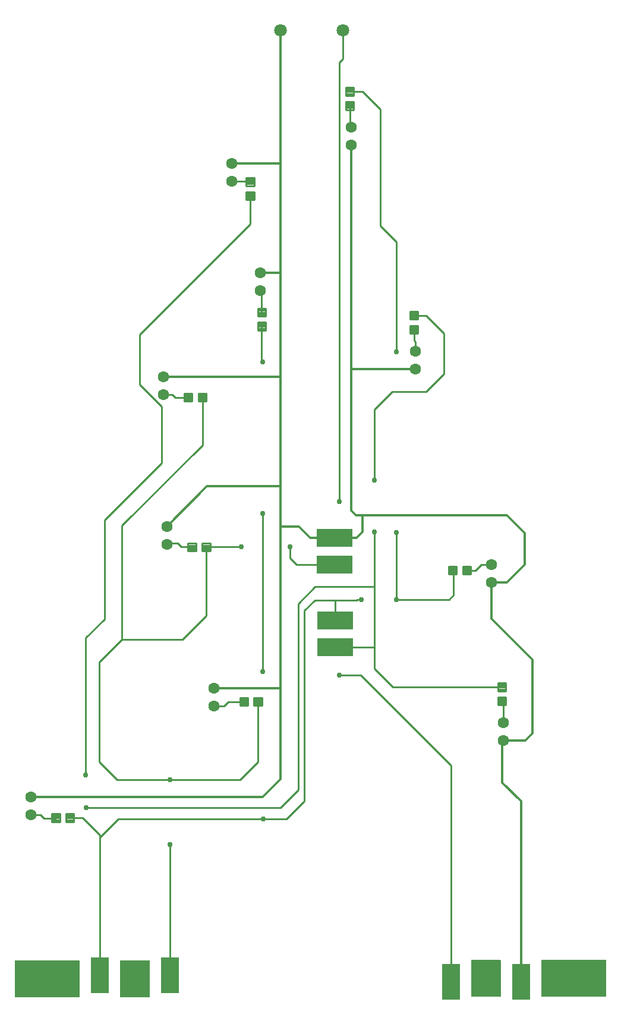
<source format=gbr>
G04 EAGLE Gerber RS-274X export*
G75*
%MOMM*%
%FSLAX34Y34*%
%LPD*%
%INBottom Copper*%
%IPPOS*%
%AMOC8*
5,1,8,0,0,1.08239X$1,22.5*%
G01*
%ADD10R,2.540000X5.080000*%
%ADD11R,5.080000X2.540000*%
%ADD12C,1.800000*%
%ADD13C,1.600000*%
%ADD14C,0.280000*%
%ADD15C,0.254000*%
%ADD16C,0.756400*%
%ADD17C,0.300000*%

G36*
X844648Y14956D02*
X844648Y14956D01*
X844767Y14963D01*
X844805Y14976D01*
X844846Y14981D01*
X844956Y15024D01*
X845069Y15061D01*
X845104Y15083D01*
X845141Y15098D01*
X845237Y15168D01*
X845338Y15231D01*
X845366Y15261D01*
X845399Y15284D01*
X845475Y15376D01*
X845556Y15463D01*
X845576Y15498D01*
X845601Y15529D01*
X845652Y15637D01*
X845710Y15741D01*
X845720Y15781D01*
X845737Y15817D01*
X845759Y15934D01*
X845789Y16049D01*
X845793Y16110D01*
X845797Y16130D01*
X845795Y16150D01*
X845799Y16210D01*
X845799Y66210D01*
X845784Y66328D01*
X845777Y66447D01*
X845764Y66485D01*
X845759Y66526D01*
X845716Y66636D01*
X845679Y66749D01*
X845657Y66784D01*
X845642Y66821D01*
X845573Y66917D01*
X845509Y67018D01*
X845479Y67046D01*
X845456Y67079D01*
X845364Y67155D01*
X845277Y67236D01*
X845242Y67256D01*
X845211Y67281D01*
X845103Y67332D01*
X844999Y67390D01*
X844959Y67400D01*
X844923Y67417D01*
X844806Y67439D01*
X844691Y67469D01*
X844631Y67473D01*
X844611Y67477D01*
X844590Y67475D01*
X844530Y67479D01*
X754530Y67479D01*
X754412Y67464D01*
X754293Y67457D01*
X754255Y67444D01*
X754214Y67439D01*
X754104Y67396D01*
X753991Y67359D01*
X753956Y67337D01*
X753919Y67322D01*
X753823Y67253D01*
X753722Y67189D01*
X753694Y67159D01*
X753661Y67136D01*
X753586Y67044D01*
X753504Y66957D01*
X753484Y66922D01*
X753459Y66891D01*
X753408Y66783D01*
X753350Y66679D01*
X753340Y66639D01*
X753323Y66603D01*
X753301Y66486D01*
X753271Y66371D01*
X753267Y66311D01*
X753263Y66291D01*
X753265Y66270D01*
X753261Y66210D01*
X753261Y16210D01*
X753276Y16092D01*
X753283Y15973D01*
X753296Y15935D01*
X753301Y15894D01*
X753344Y15784D01*
X753381Y15671D01*
X753403Y15636D01*
X753418Y15599D01*
X753488Y15503D01*
X753551Y15402D01*
X753581Y15374D01*
X753604Y15341D01*
X753696Y15266D01*
X753783Y15184D01*
X753818Y15164D01*
X753849Y15139D01*
X753957Y15088D01*
X754061Y15030D01*
X754101Y15020D01*
X754137Y15003D01*
X754254Y14981D01*
X754369Y14951D01*
X754430Y14947D01*
X754450Y14943D01*
X754470Y14945D01*
X754530Y14941D01*
X844530Y14941D01*
X844648Y14956D01*
G37*
G36*
X94648Y14156D02*
X94648Y14156D01*
X94767Y14163D01*
X94805Y14176D01*
X94846Y14181D01*
X94956Y14224D01*
X95069Y14261D01*
X95104Y14283D01*
X95141Y14298D01*
X95237Y14368D01*
X95338Y14431D01*
X95366Y14461D01*
X95399Y14484D01*
X95475Y14576D01*
X95556Y14663D01*
X95576Y14698D01*
X95601Y14729D01*
X95652Y14837D01*
X95710Y14941D01*
X95720Y14981D01*
X95737Y15017D01*
X95759Y15134D01*
X95789Y15249D01*
X95793Y15310D01*
X95797Y15330D01*
X95795Y15350D01*
X95799Y15410D01*
X95799Y65410D01*
X95784Y65528D01*
X95777Y65647D01*
X95764Y65685D01*
X95759Y65726D01*
X95716Y65836D01*
X95679Y65949D01*
X95657Y65984D01*
X95642Y66021D01*
X95573Y66117D01*
X95509Y66218D01*
X95479Y66246D01*
X95456Y66279D01*
X95364Y66355D01*
X95277Y66436D01*
X95242Y66456D01*
X95211Y66481D01*
X95103Y66532D01*
X94999Y66590D01*
X94959Y66600D01*
X94923Y66617D01*
X94806Y66639D01*
X94691Y66669D01*
X94631Y66673D01*
X94611Y66677D01*
X94590Y66675D01*
X94530Y66679D01*
X4530Y66679D01*
X4412Y66664D01*
X4293Y66657D01*
X4255Y66644D01*
X4214Y66639D01*
X4104Y66596D01*
X3991Y66559D01*
X3956Y66537D01*
X3919Y66522D01*
X3823Y66453D01*
X3722Y66389D01*
X3694Y66359D01*
X3661Y66336D01*
X3586Y66244D01*
X3504Y66157D01*
X3484Y66122D01*
X3459Y66091D01*
X3408Y65983D01*
X3350Y65879D01*
X3340Y65839D01*
X3323Y65803D01*
X3301Y65686D01*
X3271Y65571D01*
X3267Y65511D01*
X3263Y65491D01*
X3265Y65470D01*
X3261Y65410D01*
X3261Y15410D01*
X3276Y15292D01*
X3283Y15173D01*
X3296Y15135D01*
X3301Y15094D01*
X3344Y14984D01*
X3381Y14871D01*
X3403Y14836D01*
X3418Y14799D01*
X3488Y14703D01*
X3551Y14602D01*
X3581Y14574D01*
X3604Y14541D01*
X3696Y14466D01*
X3783Y14384D01*
X3818Y14364D01*
X3849Y14339D01*
X3957Y14288D01*
X4061Y14230D01*
X4101Y14220D01*
X4137Y14203D01*
X4254Y14181D01*
X4369Y14151D01*
X4430Y14147D01*
X4450Y14143D01*
X4470Y14145D01*
X4530Y14141D01*
X94530Y14141D01*
X94648Y14156D01*
G37*
G36*
X694648Y14956D02*
X694648Y14956D01*
X694767Y14963D01*
X694805Y14976D01*
X694846Y14981D01*
X694956Y15024D01*
X695069Y15061D01*
X695104Y15083D01*
X695141Y15098D01*
X695237Y15168D01*
X695338Y15231D01*
X695366Y15261D01*
X695399Y15284D01*
X695475Y15376D01*
X695556Y15463D01*
X695576Y15498D01*
X695601Y15529D01*
X695652Y15637D01*
X695710Y15741D01*
X695720Y15781D01*
X695737Y15817D01*
X695759Y15934D01*
X695789Y16049D01*
X695793Y16110D01*
X695797Y16130D01*
X695795Y16150D01*
X695799Y16210D01*
X695799Y66210D01*
X695784Y66328D01*
X695777Y66447D01*
X695764Y66485D01*
X695759Y66526D01*
X695716Y66636D01*
X695679Y66749D01*
X695657Y66784D01*
X695642Y66821D01*
X695573Y66917D01*
X695509Y67018D01*
X695479Y67046D01*
X695456Y67079D01*
X695364Y67155D01*
X695277Y67236D01*
X695242Y67256D01*
X695211Y67281D01*
X695103Y67332D01*
X694999Y67390D01*
X694959Y67400D01*
X694923Y67417D01*
X694806Y67439D01*
X694691Y67469D01*
X694631Y67473D01*
X694611Y67477D01*
X694590Y67475D01*
X694530Y67479D01*
X654530Y67479D01*
X654412Y67464D01*
X654293Y67457D01*
X654255Y67444D01*
X654214Y67439D01*
X654104Y67396D01*
X653991Y67359D01*
X653956Y67337D01*
X653919Y67322D01*
X653823Y67253D01*
X653722Y67189D01*
X653694Y67159D01*
X653661Y67136D01*
X653586Y67044D01*
X653504Y66957D01*
X653484Y66922D01*
X653459Y66891D01*
X653408Y66783D01*
X653350Y66679D01*
X653340Y66639D01*
X653323Y66603D01*
X653301Y66486D01*
X653271Y66371D01*
X653267Y66311D01*
X653263Y66291D01*
X653265Y66270D01*
X653261Y66210D01*
X653261Y16210D01*
X653276Y16092D01*
X653283Y15973D01*
X653296Y15935D01*
X653301Y15894D01*
X653344Y15784D01*
X653381Y15671D01*
X653403Y15636D01*
X653418Y15599D01*
X653488Y15503D01*
X653551Y15402D01*
X653581Y15374D01*
X653604Y15341D01*
X653696Y15266D01*
X653783Y15184D01*
X653818Y15164D01*
X653849Y15139D01*
X653957Y15088D01*
X654061Y15030D01*
X654101Y15020D01*
X654137Y15003D01*
X654254Y14981D01*
X654369Y14951D01*
X654430Y14947D01*
X654450Y14943D01*
X654470Y14945D01*
X654530Y14941D01*
X694530Y14941D01*
X694648Y14956D01*
G37*
G36*
X194648Y14156D02*
X194648Y14156D01*
X194767Y14163D01*
X194805Y14176D01*
X194846Y14181D01*
X194956Y14224D01*
X195069Y14261D01*
X195104Y14283D01*
X195141Y14298D01*
X195237Y14368D01*
X195338Y14431D01*
X195366Y14461D01*
X195399Y14484D01*
X195475Y14576D01*
X195556Y14663D01*
X195576Y14698D01*
X195601Y14729D01*
X195652Y14837D01*
X195710Y14941D01*
X195720Y14981D01*
X195737Y15017D01*
X195759Y15134D01*
X195789Y15249D01*
X195793Y15310D01*
X195797Y15330D01*
X195795Y15350D01*
X195799Y15410D01*
X195799Y65410D01*
X195784Y65528D01*
X195777Y65647D01*
X195764Y65685D01*
X195759Y65726D01*
X195716Y65836D01*
X195679Y65949D01*
X195657Y65984D01*
X195642Y66021D01*
X195573Y66117D01*
X195509Y66218D01*
X195479Y66246D01*
X195456Y66279D01*
X195364Y66355D01*
X195277Y66436D01*
X195242Y66456D01*
X195211Y66481D01*
X195103Y66532D01*
X194999Y66590D01*
X194959Y66600D01*
X194923Y66617D01*
X194806Y66639D01*
X194691Y66669D01*
X194631Y66673D01*
X194611Y66677D01*
X194590Y66675D01*
X194530Y66679D01*
X154530Y66679D01*
X154412Y66664D01*
X154293Y66657D01*
X154255Y66644D01*
X154214Y66639D01*
X154104Y66596D01*
X153991Y66559D01*
X153956Y66537D01*
X153919Y66522D01*
X153823Y66453D01*
X153722Y66389D01*
X153694Y66359D01*
X153661Y66336D01*
X153586Y66244D01*
X153504Y66157D01*
X153484Y66122D01*
X153459Y66091D01*
X153408Y65983D01*
X153350Y65879D01*
X153340Y65839D01*
X153323Y65803D01*
X153301Y65686D01*
X153271Y65571D01*
X153267Y65511D01*
X153263Y65491D01*
X153265Y65470D01*
X153261Y65410D01*
X153261Y15410D01*
X153276Y15292D01*
X153283Y15173D01*
X153296Y15135D01*
X153301Y15094D01*
X153344Y14984D01*
X153381Y14871D01*
X153403Y14836D01*
X153418Y14799D01*
X153488Y14703D01*
X153551Y14602D01*
X153581Y14574D01*
X153604Y14541D01*
X153696Y14466D01*
X153783Y14384D01*
X153818Y14364D01*
X153849Y14339D01*
X153957Y14288D01*
X154061Y14230D01*
X154101Y14220D01*
X154137Y14203D01*
X154254Y14181D01*
X154369Y14151D01*
X154430Y14147D01*
X154450Y14143D01*
X154470Y14145D01*
X154530Y14141D01*
X194530Y14141D01*
X194648Y14156D01*
G37*
D10*
X624530Y36210D03*
X724530Y36210D03*
X224530Y45410D03*
X124530Y45410D03*
D11*
X458460Y630330D03*
X458460Y668430D03*
X459730Y512690D03*
X459730Y550790D03*
D12*
X470800Y1391500D03*
D13*
X286600Y454800D03*
X286600Y429400D03*
X214900Y898300D03*
X214900Y872900D03*
X220200Y685100D03*
X220200Y659700D03*
X352700Y1046500D03*
X352700Y1021100D03*
X682700Y605500D03*
X682700Y630900D03*
X482800Y1227900D03*
X482800Y1253300D03*
X312500Y1201800D03*
X312500Y1176400D03*
X699600Y379600D03*
X699600Y405000D03*
X26300Y299300D03*
X26300Y273900D03*
X574100Y909100D03*
X574100Y934500D03*
D12*
X381900Y1391500D03*
D14*
X335100Y429600D02*
X323900Y429600D01*
X323900Y440800D01*
X335100Y440800D01*
X335100Y429600D01*
X335100Y432260D02*
X323900Y432260D01*
X323900Y434920D02*
X335100Y434920D01*
X335100Y437580D02*
X323900Y437580D01*
X323900Y440240D02*
X335100Y440240D01*
X344090Y429600D02*
X355290Y429600D01*
X344090Y429600D02*
X344090Y440800D01*
X355290Y440800D01*
X355290Y429600D01*
X355290Y432260D02*
X344090Y432260D01*
X344090Y434920D02*
X355290Y434920D01*
X355290Y437580D02*
X344090Y437580D01*
X344090Y440240D02*
X355290Y440240D01*
X256000Y863200D02*
X244800Y863200D01*
X244800Y874400D01*
X256000Y874400D01*
X256000Y863200D01*
X256000Y865860D02*
X244800Y865860D01*
X244800Y868520D02*
X256000Y868520D01*
X256000Y871180D02*
X244800Y871180D01*
X244800Y873840D02*
X256000Y873840D01*
X264990Y863200D02*
X276190Y863200D01*
X264990Y863200D02*
X264990Y874400D01*
X276190Y874400D01*
X276190Y863200D01*
X276190Y865860D02*
X264990Y865860D01*
X264990Y868520D02*
X276190Y868520D01*
X276190Y871180D02*
X264990Y871180D01*
X264990Y873840D02*
X276190Y873840D01*
X261300Y650000D02*
X250100Y650000D01*
X250100Y661200D01*
X261300Y661200D01*
X261300Y650000D01*
X261300Y652660D02*
X250100Y652660D01*
X250100Y655320D02*
X261300Y655320D01*
X261300Y657980D02*
X250100Y657980D01*
X250100Y660640D02*
X261300Y660640D01*
X270290Y650000D02*
X281490Y650000D01*
X270290Y650000D02*
X270290Y661200D01*
X281490Y661200D01*
X281490Y650000D01*
X281490Y652660D02*
X270290Y652660D01*
X270290Y655320D02*
X281490Y655320D01*
X281490Y657980D02*
X270290Y657980D01*
X270290Y660640D02*
X281490Y660640D01*
X349300Y984600D02*
X349300Y995800D01*
X360500Y995800D01*
X360500Y984600D01*
X349300Y984600D01*
X349300Y987260D02*
X360500Y987260D01*
X360500Y989920D02*
X349300Y989920D01*
X349300Y992580D02*
X360500Y992580D01*
X360500Y995240D02*
X349300Y995240D01*
X349300Y975610D02*
X349300Y964410D01*
X349300Y975610D02*
X360500Y975610D01*
X360500Y964410D01*
X349300Y964410D01*
X349300Y967070D02*
X360500Y967070D01*
X360500Y969730D02*
X349300Y969730D01*
X349300Y972390D02*
X360500Y972390D01*
X360500Y975050D02*
X349300Y975050D01*
X641600Y627900D02*
X652800Y627900D01*
X652800Y616700D01*
X641600Y616700D01*
X641600Y627900D01*
X641600Y619360D02*
X652800Y619360D01*
X652800Y622020D02*
X641600Y622020D01*
X641600Y624680D02*
X652800Y624680D01*
X652800Y627340D02*
X641600Y627340D01*
X632610Y627900D02*
X621410Y627900D01*
X632610Y627900D02*
X632610Y616700D01*
X621410Y616700D01*
X621410Y627900D01*
X621410Y619360D02*
X632610Y619360D01*
X632610Y622020D02*
X621410Y622020D01*
X621410Y624680D02*
X632610Y624680D01*
X632610Y627340D02*
X621410Y627340D01*
X486200Y1278600D02*
X486200Y1289800D01*
X486200Y1278600D02*
X475000Y1278600D01*
X475000Y1289800D01*
X486200Y1289800D01*
X486200Y1281260D02*
X475000Y1281260D01*
X475000Y1283920D02*
X486200Y1283920D01*
X486200Y1286580D02*
X475000Y1286580D01*
X475000Y1289240D02*
X486200Y1289240D01*
X486200Y1298790D02*
X486200Y1309990D01*
X486200Y1298790D02*
X475000Y1298790D01*
X475000Y1309990D01*
X486200Y1309990D01*
X486200Y1301450D02*
X475000Y1301450D01*
X475000Y1304110D02*
X486200Y1304110D01*
X486200Y1306770D02*
X475000Y1306770D01*
X475000Y1309430D02*
X486200Y1309430D01*
X333100Y1181400D02*
X333100Y1170200D01*
X333100Y1181400D02*
X344300Y1181400D01*
X344300Y1170200D01*
X333100Y1170200D01*
X333100Y1172860D02*
X344300Y1172860D01*
X344300Y1175520D02*
X333100Y1175520D01*
X333100Y1178180D02*
X344300Y1178180D01*
X344300Y1180840D02*
X333100Y1180840D01*
X333100Y1161210D02*
X333100Y1150010D01*
X333100Y1161210D02*
X344300Y1161210D01*
X344300Y1150010D01*
X333100Y1150010D01*
X333100Y1152670D02*
X344300Y1152670D01*
X344300Y1155330D02*
X333100Y1155330D01*
X333100Y1157990D02*
X344300Y1157990D01*
X344300Y1160650D02*
X333100Y1160650D01*
X703000Y441500D02*
X703000Y430300D01*
X691800Y430300D01*
X691800Y441500D01*
X703000Y441500D01*
X703000Y432960D02*
X691800Y432960D01*
X691800Y435620D02*
X703000Y435620D01*
X703000Y438280D02*
X691800Y438280D01*
X691800Y440940D02*
X703000Y440940D01*
X703000Y450490D02*
X703000Y461690D01*
X703000Y450490D02*
X691800Y450490D01*
X691800Y461690D01*
X703000Y461690D01*
X703000Y453150D02*
X691800Y453150D01*
X691800Y455810D02*
X703000Y455810D01*
X703000Y458470D02*
X691800Y458470D01*
X691800Y461130D02*
X703000Y461130D01*
X67400Y264200D02*
X56200Y264200D01*
X56200Y275400D01*
X67400Y275400D01*
X67400Y264200D01*
X67400Y266860D02*
X56200Y266860D01*
X56200Y269520D02*
X67400Y269520D01*
X67400Y272180D02*
X56200Y272180D01*
X56200Y274840D02*
X67400Y274840D01*
X76390Y264200D02*
X87590Y264200D01*
X76390Y264200D02*
X76390Y275400D01*
X87590Y275400D01*
X87590Y264200D01*
X87590Y266860D02*
X76390Y266860D01*
X76390Y269520D02*
X87590Y269520D01*
X87590Y272180D02*
X76390Y272180D01*
X76390Y274840D02*
X87590Y274840D01*
X577500Y959800D02*
X577500Y971000D01*
X577500Y959800D02*
X566300Y959800D01*
X566300Y971000D01*
X577500Y971000D01*
X577500Y962460D02*
X566300Y962460D01*
X566300Y965120D02*
X577500Y965120D01*
X577500Y967780D02*
X566300Y967780D01*
X566300Y970440D02*
X577500Y970440D01*
X577500Y979990D02*
X577500Y991190D01*
X577500Y979990D02*
X566300Y979990D01*
X566300Y991190D01*
X577500Y991190D01*
X577500Y982650D02*
X566300Y982650D01*
X566300Y985310D02*
X577500Y985310D01*
X577500Y987970D02*
X566300Y987970D01*
X566300Y990630D02*
X577500Y990630D01*
D15*
X542000Y456090D02*
X697400Y456090D01*
X338700Y1115700D02*
X338700Y1155610D01*
X338700Y1115700D02*
X181000Y958000D01*
X181000Y886818D01*
X212192Y855626D01*
X212192Y850553D02*
X212599Y846075D01*
X212192Y845586D01*
X212192Y775192D01*
X131000Y694000D02*
X131000Y553000D01*
X104000Y526000D01*
X104000Y331000D01*
D16*
X104000Y331000D03*
X105000Y284000D03*
D15*
X381600Y284000D01*
X407000Y309400D01*
X407000Y508000D01*
X212192Y850553D02*
X212192Y855626D01*
X212192Y775192D02*
X131000Y694000D01*
D16*
X516000Y677000D03*
X516000Y751000D03*
D15*
X516000Y851600D01*
X541400Y877000D01*
X589600Y877000D01*
X615000Y902400D01*
X615000Y960190D01*
X589600Y985590D01*
X571900Y985590D01*
X516000Y677000D02*
X516000Y599000D01*
X516000Y512000D01*
X516000Y482090D01*
X542000Y456090D01*
X515310Y512690D02*
X459730Y512690D01*
X515310Y512690D02*
X516000Y512000D01*
X407000Y508000D02*
X407000Y575000D01*
X431000Y599000D01*
X516000Y599000D01*
X224530Y231470D02*
X224530Y45410D01*
X224530Y231470D02*
X224000Y232000D01*
D16*
X224000Y232000D03*
X224000Y324000D03*
D15*
X324290Y324000D01*
X349690Y349400D01*
X349690Y435200D01*
X224000Y324000D02*
X149400Y324000D01*
X124000Y349400D01*
X124000Y492000D01*
X156000Y524000D01*
X242000Y524000D01*
X275890Y557890D02*
X275890Y655600D01*
X275890Y557890D02*
X242000Y524000D01*
X270590Y800590D02*
X270590Y868800D01*
X156000Y686000D02*
X156000Y524000D01*
X156000Y686000D02*
X270590Y800590D01*
D16*
X395000Y656000D03*
X326000Y656000D03*
D15*
X276290Y656000D01*
X275890Y655600D01*
X404670Y630330D02*
X458460Y630330D01*
X395000Y640000D02*
X395000Y656000D01*
X395000Y640000D02*
X404670Y630330D01*
D17*
X381900Y1202000D02*
X381900Y1391500D01*
X381900Y1202000D02*
X381900Y1046000D01*
X381900Y897000D01*
X381900Y742000D01*
X381900Y685000D02*
X381900Y455000D01*
X380600Y898300D02*
X214900Y898300D01*
X380600Y898300D02*
X381900Y897000D01*
X381400Y1046500D02*
X352700Y1046500D01*
X381400Y1046500D02*
X381900Y1046000D01*
X381700Y1201800D02*
X312500Y1201800D01*
X381700Y1201800D02*
X381900Y1202000D01*
X356500Y299300D02*
X26300Y299300D01*
X356500Y299300D02*
X381900Y324700D01*
X381900Y455000D01*
X381700Y454800D01*
X286600Y454800D01*
X699600Y379600D02*
X730600Y379600D01*
X741000Y390000D01*
X741000Y495000D01*
X682700Y553300D02*
X682700Y605500D01*
X682700Y553300D02*
X741000Y495000D01*
X482800Y909000D02*
X482800Y1227900D01*
X482800Y909000D02*
X482800Y707800D01*
X724530Y293470D02*
X724530Y36210D01*
X724530Y293470D02*
X698000Y320000D01*
X698000Y378000D01*
X699600Y379600D01*
X704600Y605500D02*
X682700Y605500D01*
X704600Y605500D02*
X730000Y630900D01*
X730000Y675600D01*
X704600Y701000D01*
X499000Y701000D01*
X489600Y701000D01*
X482800Y707800D01*
X482900Y909100D02*
X574100Y909100D01*
X482900Y909100D02*
X482800Y909000D01*
X277100Y742000D02*
X220200Y685100D01*
X277100Y742000D02*
X381900Y742000D01*
X424570Y668430D02*
X458460Y668430D01*
X408000Y685000D02*
X381900Y685000D01*
X408000Y685000D02*
X424570Y668430D01*
X458460Y668430D02*
X490430Y668430D01*
X499000Y677000D02*
X499000Y701000D01*
X499000Y677000D02*
X490430Y668430D01*
X381900Y685000D02*
X381900Y742000D01*
D15*
X301400Y429400D02*
X286600Y429400D01*
X307200Y435200D02*
X329500Y435200D01*
X307200Y435200D02*
X301400Y429400D01*
X255700Y655600D02*
X240400Y655600D01*
X235000Y661000D01*
X221500Y661000D01*
X220200Y659700D01*
X354900Y1018900D02*
X352700Y1021100D01*
X354900Y1018900D02*
X354900Y990200D01*
X647200Y622300D02*
X659300Y622300D01*
X667900Y630900D02*
X682700Y630900D01*
X667900Y630900D02*
X659300Y622300D01*
X482800Y1253300D02*
X480600Y1255500D01*
X480600Y1284200D01*
X338100Y1176400D02*
X312500Y1176400D01*
X338100Y1176400D02*
X338700Y1175800D01*
X699600Y433700D02*
X699600Y405000D01*
X699600Y433700D02*
X697400Y435900D01*
X40100Y273900D02*
X26300Y273900D01*
X40100Y273900D02*
X45000Y269000D01*
X61000Y269000D01*
X61800Y269800D01*
X574100Y934500D02*
X574100Y947900D01*
X571900Y950100D02*
X571900Y965400D01*
X571900Y950100D02*
X574100Y947900D01*
X228100Y872900D02*
X214900Y872900D01*
X232200Y868800D02*
X250400Y868800D01*
X232200Y868800D02*
X228100Y872900D01*
X100200Y269800D02*
X81990Y269800D01*
X124530Y245470D02*
X124530Y242000D01*
X124530Y45410D01*
X124530Y245470D02*
X100200Y269800D01*
X124530Y242000D02*
X150530Y268000D01*
X491000Y581000D02*
X497000Y581000D01*
X357000Y268000D02*
X150530Y268000D01*
D16*
X497000Y581000D03*
X547000Y581000D03*
D15*
X354900Y920100D02*
X354900Y970010D01*
X354900Y920100D02*
X356000Y919000D01*
D16*
X356000Y919000D03*
X356000Y703000D03*
D15*
X356000Y478000D01*
D16*
X356000Y478000D03*
X357000Y268000D03*
D15*
X547000Y581000D02*
X547000Y676000D01*
D16*
X547000Y676000D03*
X547000Y934000D03*
D15*
X547000Y1090000D01*
X524000Y1113000D01*
X524000Y1278990D01*
X498600Y1304390D01*
X480600Y1304390D01*
X390600Y268000D02*
X357000Y268000D01*
X390600Y268000D02*
X416000Y293400D01*
X416000Y565000D01*
X431000Y580000D01*
X490000Y580000D02*
X491000Y581000D01*
X460000Y580000D02*
X431000Y580000D01*
X460000Y580000D02*
X490000Y580000D01*
X547000Y581000D02*
X622000Y581000D01*
X628000Y587000D01*
X628000Y621310D01*
X627010Y622300D01*
X459730Y579730D02*
X459730Y550790D01*
X459730Y579730D02*
X460000Y580000D01*
D16*
X466000Y720000D03*
X466000Y473000D03*
D15*
X496000Y473000D01*
X624530Y344470D02*
X624530Y36210D01*
X624530Y344470D02*
X496000Y473000D01*
X470800Y1351000D02*
X470800Y1391500D01*
X466000Y1346200D02*
X466000Y720000D01*
X466000Y1346200D02*
X470800Y1351000D01*
M02*

</source>
